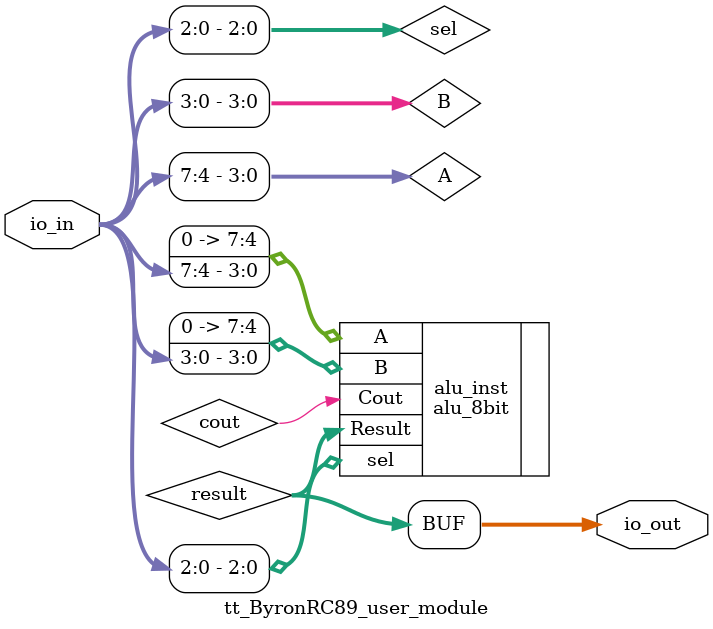
<source format=v>
module tt_ByronRC89_user_module (
    input  [7:0] io_in,
    output [7:0] io_out
);
    wire [3:0] A = io_in[7:4];
    wire [3:0] B = io_in[3:0];
    wire [2:0] sel = io_in[2:0]; // limitado

    wire [7:0] result;
    wire cout;

    alu_8bit alu_inst (
        .A({4'b0000, A}),
        .B({4'b0000, B}),
        .sel(sel),
        .Result(result),
        .Cout(cout)
    );

    assign io_out = result;
endmodule

</source>
